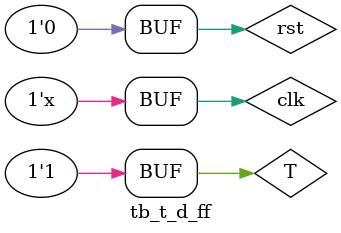
<source format=v>
module t_d_ff ( T,clk,rst,Q);
input T, clk, rst;
output reg Q;
wire D;
assign D = T ^ Q;
always @(posedge clk or posedge rst) begin
if (rst)
Q <= 0;
else
Q <= D;
end
endmodule
////////////tb////////////
module tb_t_d_ff();
reg T, clk, rst;
wire Q;
t_d_ff f3 (T,clk,rst,Q);
always #10 clk = ~clk;
initial begin
        rst = 1; T = 0; #10;
        rst = 0;
        T = 0; #10;  // No toggle
        T = 1; #10;  // Toggle
        T = 1; #10;  // Toggle
    end
endmodule

</source>
